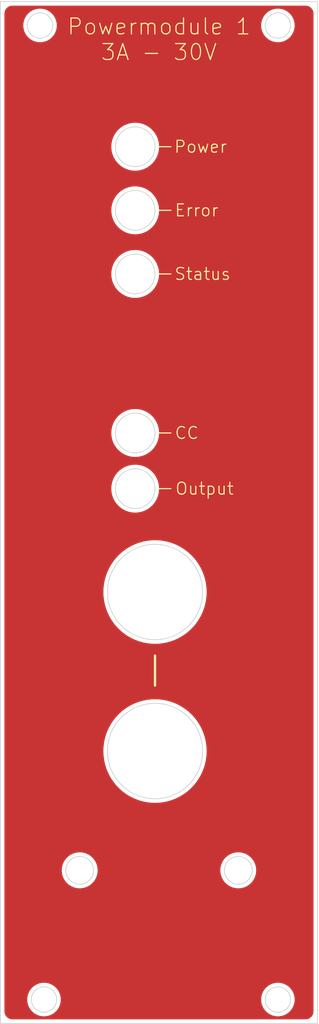
<source format=kicad_pcb>
(kicad_pcb (version 20210228) (generator pcbnew)

  (general
    (thickness 1.6)
  )

  (paper "A4")
  (layers
    (0 "F.Cu" signal)
    (31 "B.Cu" signal)
    (32 "B.Adhes" user "B.Adhesive")
    (33 "F.Adhes" user "F.Adhesive")
    (34 "B.Paste" user)
    (35 "F.Paste" user)
    (36 "B.SilkS" user "B.Silkscreen")
    (37 "F.SilkS" user "F.Silkscreen")
    (38 "B.Mask" user)
    (39 "F.Mask" user)
    (40 "Dwgs.User" user "User.Drawings")
    (41 "Cmts.User" user "User.Comments")
    (42 "Eco1.User" user "User.Eco1")
    (43 "Eco2.User" user "User.Eco2")
    (44 "Edge.Cuts" user)
    (45 "Margin" user)
    (46 "B.CrtYd" user "B.Courtyard")
    (47 "F.CrtYd" user "F.Courtyard")
    (48 "B.Fab" user)
    (49 "F.Fab" user)
    (50 "User.1" user)
    (51 "User.2" user)
    (52 "User.3" user)
    (53 "User.4" user)
    (54 "User.5" user)
    (55 "User.6" user)
    (56 "User.7" user)
    (57 "User.8" user)
    (58 "User.9" user)
  )

  (setup
    (pad_to_mask_clearance 0)
    (pcbplotparams
      (layerselection 0x00010fc_ffffffff)
      (disableapertmacros false)
      (usegerberextensions false)
      (usegerberattributes true)
      (usegerberadvancedattributes true)
      (creategerberjobfile true)
      (svguseinch false)
      (svgprecision 6)
      (excludeedgelayer true)
      (plotframeref false)
      (viasonmask false)
      (mode 1)
      (useauxorigin true)
      (hpglpennumber 1)
      (hpglpenspeed 20)
      (hpglpendiameter 15.000000)
      (dxfpolygonmode true)
      (dxfimperialunits true)
      (dxfusepcbnewfont true)
      (psnegative false)
      (psa4output false)
      (plotreference true)
      (plotvalue true)
      (plotinvisibletext false)
      (sketchpadsonfab false)
      (subtractmaskfromsilk false)
      (outputformat 1)
      (mirror false)
      (drillshape 0)
      (scaleselection 1)
      (outputdirectory "Gerber/")
    )
  )


  (net 0 "")

  (gr_line (start 40 38.25) (end 41.5 38.25) (layer "F.SilkS") (width 0.15) (tstamp 3622e48f-ee99-485c-84c7-3c1704078bac))
  (gr_line (start 40 74.25) (end 41.5 74.25) (layer "F.SilkS") (width 0.15) (tstamp 751face0-7600-4489-861a-b80419ce3061))
  (gr_line (start 40 81.25) (end 41.5 81.25) (layer "F.SilkS") (width 0.15) (tstamp 77f3aa7c-2478-4397-bc64-9f07bf91f552))
  (gr_line (start 40 54.25) (end 41.5 54.25) (layer "F.SilkS") (width 0.15) (tstamp 81cdec24-33ca-441e-8c6a-a6340972578b))
  (gr_line (start 40 46.25) (end 41.5 46.25) (layer "F.SilkS") (width 0.15) (tstamp d35120d3-818d-489b-8328-f971e625bf65))
  (gr_line (start 39.5 106) (end 39.5 102.25) (layer "F.SilkS") (width 0.3) (tstamp f649c905-e6ba-4117-993f-181950e4c1c9))
  (gr_rect (start 20 20) (end 60 148.5) (layer "Edge.Cuts") (width 0.1) (fill none) (tstamp 200647e5-77ca-4ce9-8dd3-cc378a899d33))
  (gr_circle (center 39.5 94.25) (end 45.5 94.25) (layer "Edge.Cuts") (width 0.1) (fill none) (tstamp 2ac24a30-75bd-4e83-aaa3-8796c57a36e2))
  (gr_circle (center 37 54.25) (end 39.5 54.25) (layer "Edge.Cuts") (width 0.1) (fill none) (tstamp 39ad1dc0-f4f7-4add-b808-7282f1434c21))
  (gr_circle (center 55 23) (end 56.6 23) (layer "Edge.Cuts") (width 0.1) (fill none) (tstamp 42ac672e-7d0b-4f7b-8373-70c194b585ec))
  (gr_circle (center 30 129.25) (end 31.75 129.25) (layer "Edge.Cuts") (width 0.1) (fill none) (tstamp 5081a083-c5aa-455e-89dd-be75742a0435))
  (gr_circle (center 39.5 114.25) (end 45.5 114.25) (layer "Edge.Cuts") (width 0.1) (fill none) (tstamp 559caec1-fcd1-48d9-9295-fd00c9b40eaf))
  (gr_circle (center 55 145.5) (end 56.6 145.5) (layer "Edge.Cuts") (width 0.1) (fill none) (tstamp 686052c6-7b96-4a16-8305-5447a4a5869a))
  (gr_circle (center 37 46.25) (end 39.5 46.25) (layer "Edge.Cuts") (width 0.1) (fill none) (tstamp 79580611-9643-4670-bf97-08158e9c5c9c))
  (gr_circle (center 37 74.25) (end 39.5 74.25) (layer "Edge.Cuts") (width 0.1) (fill none) (tstamp a0826efd-b20f-4437-bdd7-c69ff53b8510))
  (gr_circle (center 25 23) (end 26.6 23) (layer "Edge.Cuts") (width 0.1) (fill none) (tstamp a46d9d87-1b81-4806-9726-bb7dd95c9bbf))
  (gr_circle (center 37 38.25) (end 39.5 38.25) (layer "Edge.Cuts") (width 0.1) (fill none) (tstamp aee14894-bd62-4452-a7b0-0fd9fad89a45))
  (gr_circle (center 37 81.25) (end 39.5 81.25) (layer "Edge.Cuts") (width 0.1) (fill none) (tstamp b1254cdb-a288-47bd-8482-36781a113045))
  (gr_circle (center 25.5 145.5) (end 27.1 145.5) (layer "Edge.Cuts") (width 0.1) (fill none) (tstamp ef9ade04-dbf1-4590-8570-e636ca690d56))
  (gr_circle (center 50 129.25) (end 51.75 129.25) (layer "Edge.Cuts") (width 0.1) (fill none) (tstamp fc1a08dd-8e23-45bf-9c38-0e5d415a06ab))
  (gr_text "Powermodule 1\n3A - 30V" (at 40 24.75) (layer "F.SilkS") (tstamp 01c6fd8c-1f23-4812-811f-c99a51bba590)
    (effects (font (size 2 2) (thickness 0.15)))
  )
  (gr_text "Error" (at 44.75 46.25) (layer "F.SilkS") (tstamp 2f991277-7af0-475b-aaa0-fe05e21e8d99)
    (effects (font (size 1.5 1.5) (thickness 0.15)))
  )
  (gr_text "CC\n" (at 43.5 74.25) (layer "F.SilkS") (tstamp 8bb01319-b72c-441f-923c-027182227e9f)
    (effects (font (size 1.5 1.5) (thickness 0.15)))
  )
  (gr_text "Output" (at 45.75 81.25) (layer "F.SilkS") (tstamp 967bd60d-ba64-40c3-8e69-666d8b66e4df)
    (effects (font (size 1.5 1.5) (thickness 0.15)))
  )
  (gr_text "Power\n" (at 45.25 38.25) (layer "F.SilkS") (tstamp c050ae0b-40ca-41f2-a626-235e64d65ab8)
    (effects (font (size 1.5 1.5) (thickness 0.15)))
  )
  (gr_text "Status\n" (at 45.5 54.25) (layer "F.SilkS") (tstamp f89dec4f-b8cd-417a-b8ee-d3d407e27737)
    (effects (font (size 1.5 1.5) (thickness 0.15)))
  )

  (zone (net 0) (net_name "") (layer "F.Cu") (tstamp 7aaecc61-ad2e-4d1d-bb5b-76fe66d6bdee) (hatch edge 0.508)
    (connect_pads (clearance 0.508))
    (min_thickness 0.254) (filled_areas_thickness no)
    (fill yes (thermal_gap 0.508) (thermal_bridge_width 0.508) (smoothing fillet) (radius 1))
    (polygon
      (pts
        (xy 60.2 148.6)
        (xy 20 148.6)
        (xy 20 19.8)
        (xy 60.2 19.8)
      )
    )
    (filled_polygon
      (layer "F.Cu")
      (island)
      (pts
        (xy 58.498163 20.508607)
        (xy 58.67474 20.525999)
        (xy 58.698957 20.530815)
        (xy 58.862809 20.580518)
        (xy 58.885629 20.589971)
        (xy 59.036631 20.670683)
        (xy 59.057158 20.684399)
        (xy 59.189521 20.793026)
        (xy 59.206974 20.810479)
        (xy 59.315601 20.942842)
        (xy 59.329317 20.963369)
        (xy 59.35619 21.013644)
        (xy 59.410029 21.114371)
        (xy 59.419482 21.13719)
        (xy 59.469185 21.301043)
        (xy 59.474001 21.32526)
        (xy 59.485495 21.44195)
        (xy 59.491393 21.501837)
        (xy 59.492 21.514187)
        (xy 59.492 146.985813)
        (xy 59.491393 146.998163)
        (xy 59.475927 147.155196)
        (xy 59.474002 147.174737)
        (xy 59.469185 147.198957)
        (xy 59.465309 147.211736)
        (xy 59.419482 147.362809)
        (xy 59.410029 147.385629)
        (xy 59.329319 147.536628)
        (xy 59.315601 147.557158)
        (xy 59.206974 147.689521)
        (xy 59.189521 147.706974)
        (xy 59.057158 147.815601)
        (xy 59.036631 147.829317)
        (xy 58.944417 147.878607)
        (xy 58.885629 147.910029)
        (xy 58.86281 147.919482)
        (xy 58.698957 147.969185)
        (xy 58.67474 147.974001)
        (xy 58.498163 147.991393)
        (xy 58.485813 147.992)
        (xy 21.514187 147.992)
        (xy 21.501837 147.991393)
        (xy 21.32526 147.974001)
        (xy 21.301043 147.969185)
        (xy 21.13719 147.919482)
        (xy 21.114371 147.910029)
        (xy 21.055583 147.878607)
        (xy 20.963369 147.829317)
        (xy 20.942842 147.815601)
        (xy 20.810479 147.706974)
        (xy 20.793026 147.689521)
        (xy 20.684399 147.557158)
        (xy 20.670681 147.536628)
        (xy 20.589971 147.385629)
        (xy 20.580518 147.362809)
        (xy 20.534691 147.211736)
        (xy 20.530815 147.198957)
        (xy 20.525998 147.174737)
        (xy 20.524074 147.155196)
        (xy 20.508607 146.998163)
        (xy 20.508 146.985813)
        (xy 20.508 145.477873)
        (xy 23.387116 145.477873)
        (xy 23.394235 145.601331)
        (xy 23.403662 145.764829)
        (xy 23.458999 146.046885)
        (xy 23.460386 146.050936)
        (xy 23.460387 146.05094)
        (xy 23.550714 146.314765)
        (xy 23.550718 146.314774)
        (xy 23.552103 146.31882)
        (xy 23.681252 146.575605)
        (xy 23.683678 146.579134)
        (xy 23.683681 146.57914)
        (xy 23.841625 146.808948)
        (xy 23.844056 146.812485)
        (xy 24.037501 147.025079)
        (xy 24.123666 147.097124)
        (xy 24.254718 147.206701)
        (xy 24.254723 147.206705)
        (xy 24.25801 147.209453)
        (xy 24.314632 147.244972)
        (xy 24.49786 147.359911)
        (xy 24.497864 147.359913)
        (xy 24.5015 147.362194)
        (xy 24.568928 147.392639)
        (xy 24.759555 147.478711)
        (xy 24.759559 147.478713)
        (xy 24.763467 147.480477)
        (xy 24.767587 147.481697)
        (xy 24.767586 147.481697)
        (xy 25.03495 147.560894)
        (xy 25.034954 147.560895)
        (xy 25.039063 147.562112)
        (xy 25.043297 147.56276)
        (xy 25.043302 147.562761)
        (xy 25.318947 147.60494)
        (xy 25.318949 147.60494)
        (xy 25.323189 147.605589)
        (xy 25.469499 147.607888)
        (xy 25.606295 147.610037)
        (xy 25.606301 147.610037)
        (xy 25.610586 147.610104)
        (xy 25.895937 147.575573)
        (xy 26.173961 147.502635)
        (xy 26.177921 147.500995)
        (xy 26.177926 147.500993)
        (xy 26.306738 147.447637)
        (xy 26.439514 147.392639)
        (xy 26.687682 147.247621)
        (xy 26.913873 147.070265)
        (xy 26.957662 147.025079)
        (xy 27.110918 146.86693)
        (xy 27.113901 146.863852)
        (xy 27.116434 146.860404)
        (xy 27.116438 146.860399)
        (xy 27.281527 146.635657)
        (xy 27.284065 146.632202)
        (xy 27.316875 146.571774)
        (xy 27.419166 146.383377)
        (xy 27.419167 146.383375)
        (xy 27.421216 146.379601)
        (xy 27.522816 146.110724)
        (xy 27.586985 145.830546)
        (xy 27.59747 145.713075)
        (xy 27.612317 145.546716)
        (xy 27.612537 145.544251)
        (xy 27.613 145.5)
        (xy 27.611492 145.477873)
        (xy 52.887116 145.477873)
        (xy 52.894235 145.601331)
        (xy 52.903662 145.764829)
        (xy 52.958999 146.046885)
        (xy 52.960386 146.050936)
        (xy 52.960387 146.05094)
        (xy 53.050714 146.314765)
        (xy 53.050718 146.314774)
        (xy 53.052103 146.31882)
        (xy 53.181252 146.575605)
        (xy 53.183678 146.579134)
        (xy 53.183681 146.57914)
        (xy 53.341625 146.808948)
        (xy 53.344056 146.812485)
        (xy 53.537501 147.025079)
        (xy 53.623666 147.097124)
        (xy 53.754718 147.206701)
        (xy 53.754723 147.206705)
        (xy 53.75801 147.209453)
        (xy 53.814632 147.244972)
        (xy 53.99786 147.359911)
        (xy 53.997864 147.359913)
        (xy 54.0015 147.362194)
        (xy 54.068928 147.392639)
        (xy 54.259555 147.478711)
        (xy 54.259559 147.478713)
        (xy 54.263467 147.480477)
        (xy 54.267587 147.481697)
        (xy 54.267586 147.481697)
        (xy 54.53495 147.560894)
        (xy 54.534954 147.560895)
        (xy 54.539063 147.562112)
        (xy 54.543297 147.56276)
        (xy 54.543302 147.562761)
        (xy 54.818947 147.60494)
        (xy 54.818949 147.60494)
        (xy 54.823189 147.605589)
        (xy 54.969499 147.607888)
        (xy 55.106295 147.610037)
        (xy 55.106301 147.610037)
        (xy 55.110586 147.610104)
        (xy 55.395937 147.575573)
        (xy 55.673961 147.502635)
        (xy 55.677921 147.500995)
        (xy 55.677926 147.500993)
        (xy 55.806738 147.447637)
        (xy 55.939514 147.392639)
        (xy 56.187682 147.247621)
        (xy 56.413873 147.070265)
        (xy 56.457662 147.025079)
        (xy 56.610918 146.86693)
        (xy 56.613901 146.863852)
        (xy 56.616434 146.860404)
        (xy 56.616438 146.860399)
        (xy 56.781527 146.635657)
        (xy 56.784065 146.632202)
        (xy 56.816875 146.571774)
        (xy 56.919166 146.383377)
        (xy 56.919167 146.383375)
        (xy 56.921216 146.379601)
        (xy 57.022816 146.110724)
        (xy 57.086985 145.830546)
        (xy 57.09747 145.713075)
        (xy 57.112317 145.546716)
        (xy 57.112537 145.544251)
        (xy 57.113 145.5)
        (xy 57.111492 145.477873)
        (xy 57.093742 145.21751)
        (xy 57.093741 145.217504)
        (xy 57.09345 145.213233)
        (xy 57.035163 144.931772)
        (xy 56.939216 144.660827)
        (xy 56.881505 144.549014)
        (xy 56.80935 144.409216)
        (xy 56.80935 144.409215)
        (xy 56.807385 144.405409)
        (xy 56.642109 144.170246)
        (xy 56.446448 143.959689)
        (xy 56.224021 143.777635)
        (xy 56.173659 143.746773)
        (xy 55.982595 143.629688)
        (xy 55.982587 143.629684)
        (xy 55.978945 143.627452)
        (xy 55.975028 143.625733)
        (xy 55.975025 143.625731)
        (xy 55.859089 143.574839)
        (xy 55.715753 143.511919)
        (xy 55.711625 143.510743)
        (xy 55.711622 143.510742)
        (xy 55.443445 143.43435)
        (xy 55.443446 143.43435)
        (xy 55.439317 143.433174)
        (xy 55.227073 143.402968)
        (xy 55.159004 143.39328)
        (xy 55.159002 143.39328)
        (xy 55.154752 143.392675)
        (xy 55.003235 143.391882)
        (xy 54.87161 143.391192)
        (xy 54.871604 143.391192)
        (xy 54.867324 143.39117)
        (xy 54.86308 143.391729)
        (xy 54.863076 143.391729)
        (xy 54.738051 143.408189)
        (xy 54.58235 143.428687)
        (xy 54.57821 143.42982)
        (xy 54.578208 143.42982)
        (xy 54.30925 143.503399)
        (xy 54.305105 143.504533)
        (xy 54.040718 143.617303)
        (xy 53.891841 143.706404)
        (xy 53.797764 143.762708)
        (xy 53.79776 143.762711)
        (xy 53.794082 143.764912)
        (xy 53.569761 143.944627)
        (xy 53.371906 144.153123)
        (xy 53.204177 144.386542)
        (xy 53.069678 144.640565)
        (xy 52.970899 144.910492)
        (xy 52.969986 144.914678)
        (xy 52.969986 144.914679)
        (xy 52.910581 145.187137)
        (xy 52.91058 145.187145)
        (xy 52.909668 145.191327)
        (xy 52.887116 145.477873)
        (xy 27.611492 145.477873)
        (xy 27.593742 145.21751)
        (xy 27.593741 145.217504)
        (xy 27.59345 145.213233)
        (xy 27.535163 144.931772)
        (xy 27.439216 144.660827)
        (xy 27.381505 144.549014)
        (xy 27.30935 144.409216)
        (xy 27.30935 144.409215)
        (xy 27.307385 144.405409)
        (xy 27.142109 144.170246)
        (xy 26.946448 143.959689)
        (xy 26.724021 143.777635)
        (xy 26.673659 143.746773)
        (xy 26.482595 143.629688)
        (xy 26.482587 143.629684)
        (xy 26.478945 143.627452)
        (xy 26.475028 143.625733)
        (xy 26.475025 143.625731)
        (xy 26.359089 143.574839)
        (xy 26.215753 143.511919)
        (xy 26.211625 143.510743)
        (xy 26.211622 143.510742)
        (xy 25.943445 143.43435)
        (xy 25.943446 143.43435)
        (xy 25.939317 143.433174)
        (xy 25.727073 143.402968)
        (xy 25.659004 143.39328)
        (xy 25.659002 143.39328)
        (xy 25.654752 143.392675)
        (xy 25.503235 143.391882)
        (xy 25.37161 143.391192)
        (xy 25.371604 143.391192)
        (xy 25.367324 143.39117)
        (xy 25.36308 143.391729)
        (xy 25.363076 143.391729)
        (xy 25.238051 143.408189)
        (xy 25.08235 143.428687)
        (xy 25.07821 143.42982)
        (xy 25.078208 143.42982)
        (xy 24.80925 143.503399)
        (xy 24.805105 143.504533)
        (xy 24.540718 143.617303)
        (xy 24.391841 143.706404)
        (xy 24.297764 143.762708)
        (xy 24.29776 143.762711)
        (xy 24.294082 143.764912)
        (xy 24.069761 143.944627)
        (xy 23.871906 144.153123)
        (xy 23.704177 144.386542)
        (xy 23.569678 144.640565)
        (xy 23.470899 144.910492)
        (xy 23.469986 144.914678)
        (xy 23.469986 144.914679)
        (xy 23.410581 145.187137)
        (xy 23.41058 145.187145)
        (xy 23.409668 145.191327)
        (xy 23.387116 145.477873)
        (xy 20.508 145.477873)
        (xy 20.508 129.344765)
        (xy 27.738985 129.344765)
        (xy 27.739437 129.348924)
        (xy 27.739437 129.348929)
        (xy 27.761004 129.547451)
        (xy 27.77138 129.642966)
        (xy 27.84293 129.934263)
        (xy 27.952376 130.213539)
        (xy 28.097798 130.475886)
        (xy 28.100288 130.479239)
        (xy 28.100292 130.479245)
        (xy 28.274149 130.713343)
        (xy 28.274154 130.713348)
        (xy 28.276639 130.716695)
        (xy 28.279543 130.719681)
        (xy 28.279547 130.719686)
        (xy 28.291203 130.731672)
        (xy 28.485757 130.931737)
        (xy 28.489035 130.934317)
        (xy 28.48904 130.934321)
        (xy 28.718187 131.114641)
        (xy 28.72148 131.117232)
        (xy 28.725086 131.119364)
        (xy 28.725088 131.119366)
        (xy 28.736495 131.126112)
        (xy 28.979664 131.269922)
        (xy 29.255775 131.387124)
        (xy 29.2598 131.388233)
        (xy 29.259801 131.388233)
        (xy 29.278367 131.393347)
        (xy 29.544961 131.466779)
        (xy 29.549106 131.467347)
        (xy 29.549107 131.467347)
        (xy 29.57168 131.470439)
        (xy 29.842141 131.507487)
        (xy 29.846317 131.507502)
        (xy 29.846323 131.507502)
        (xy 29.994689 131.508019)
        (xy 30.142095 131.508534)
        (xy 30.439552 131.469902)
        (xy 30.584419 131.431085)
        (xy 30.725258 131.393347)
        (xy 30.725264 131.393345)
        (xy 30.729287 131.392267)
        (xy 30.733129 131.390668)
        (xy 30.733137 131.390665)
        (xy 31.002351 131.278602)
        (xy 31.002352 131.278602)
        (xy 31.006209 131.276996)
        (xy 31.009818 131.274895)
        (xy 31.009823 131.274893)
        (xy 31.261842 131.128214)
        (xy 31.265454 131.126112)
        (xy 31.268756 131.123551)
        (xy 31.26876 131.123548)
        (xy 31.499148 130.94484)
        (xy 31.499149 130.944839)
        (xy 31.502465 130.942267)
        (xy 31.599805 130.843559)
        (xy 31.710141 130.731672)
        (xy 31.710146 130.731667)
        (xy 31.71308 130.728691)
        (xy 31.724646 130.713343)
        (xy 31.891086 130.49247)
        (xy 31.891088 130.492466)
        (xy 31.893598 130.489136)
        (xy 32.019067 130.266464)
        (xy 32.038797 130.231449)
        (xy 32.0388 130.231444)
        (xy 32.040847 130.22781)
        (xy 32.152241 129.949305)
        (xy 32.225822 129.658515)
        (xy 32.227152 129.647026)
        (xy 32.25997 129.363381)
        (xy 32.260298 129.360547)
        (xy 32.260684 129.344765)
        (xy 47.738985 129.344765)
        (xy 47.739437 129.348924)
        (xy 47.739437 129.348929)
        (xy 47.761004 129.547451)
        (xy 47.77138 129.642966)
        (xy 47.84293 129.934263)
        (xy 47.952376 130.213539)
        (xy 48.097798 130.475886)
        (xy 48.100288 130.479239)
        (xy 48.100292 130.479245)
        (xy 48.274149 130.713343)
        (xy 48.274154 130.713348)
        (xy 48.276639 130.716695)
        (xy 48.279543 130.719681)
        (xy 48.279547 130.719686)
        (xy 48.291203 130.731672)
        (xy 48.485757 130.931737)
        (xy 48.489035 130.934317)
        (xy 48.48904 130.934321)
        (xy 48.718187 131.114641)
        (xy 48.72148 131.117232)
        (xy 48.725086 131.119364)
        (xy 48.725088 131.119366)
        (xy 48.736495 131.126112)
        (xy 48.979664 131.269922)
        (xy 49.255775 131.387124)
        (xy 49.2598 131.388233)
        (xy 49.259801 131.388233)
        (xy 49.278367 131.393347)
        (xy 49.544961 131.466779)
        (xy 49.549106 131.467347)
        (xy 49.549107 131.467347)
        (xy 49.57168 131.470439)
        (xy 49.842141 131.507487)
        (xy 49.846317 131.507502)
        (xy 49.846323 131.507502)
        (xy 49.994689 131.508019)
        (xy 50.142095 131.508534)
        (xy 50.439552 131.469902)
        (xy 50.584419 131.431085)
        (xy 50.725258 131.393347)
        (xy 50.725264 131.393345)
        (xy 50.729287 131.392267)
        (xy 50.733129 131.390668)
        (xy 50.733137 131.390665)
        (xy 51.002351 131.278602)
        (xy 51.002352 131.278602)
        (xy 51.006209 131.276996)
        (xy 51.009818 131.274895)
        (xy 51.009823 131.274893)
        (xy 51.261842 131.128214)
        (xy 51.265454 131.126112)
        (xy 51.268756 131.123551)
        (xy 51.26876 131.123548)
        (xy 51.499148 130.94484)
        (xy 51.499149 130.944839)
        (xy 51.502465 130.942267)
        (xy 51.599805 130.843559)
        (xy 51.710141 130.731672)
        (xy 51.710146 130.731667)
        (xy 51.71308 130.728691)
        (xy 51.724646 130.713343)
        (xy 51.891086 130.49247)
        (xy 51.891088 130.492466)
        (xy 51.893598 130.489136)
        (xy 52.019067 130.266464)
        (xy 52.038797 130.231449)
        (xy 52.0388 130.231444)
        (xy 52.040847 130.22781)
        (xy 52.152241 129.949305)
        (xy 52.225822 129.658515)
        (xy 52.227152 129.647026)
        (xy 52.25997 129.363381)
        (xy 52.260298 129.360547)
        (xy 52.263 129.25)
        (xy 52.243121 128.950704)
        (xy 52.183832 128.656666)
        (xy 52.086176 128.373052)
        (xy 52.065663 128.332087)
        (xy 51.953743 128.10859)
        (xy 51.953742 128.108588)
        (xy 51.951868 128.104846)
        (xy 51.783268 127.856758)
        (xy 51.583338 127.633148)
        (xy 51.35559 127.437945)
        (xy 51.18162 127.324967)
        (xy 51.107536 127.276856)
        (xy 51.107531 127.276853)
        (xy 51.104026 127.274577)
        (xy 50.833066 127.145916)
        (xy 50.829083 127.144637)
        (xy 50.82908 127.144636)
        (xy 50.62203 127.07816)
        (xy 50.547469 127.054221)
        (xy 50.252254 127.001103)
        (xy 50.086119 126.993559)
        (xy 49.956777 126.987685)
        (xy 49.956772 126.987685)
        (xy 49.952607 126.987496)
        (xy 49.948459 126.987859)
        (xy 49.948455 126.987859)
        (xy 49.699505 127.00964)
        (xy 49.653793 127.013639)
        (xy 49.649721 127.014549)
        (xy 49.649716 127.01455)
        (xy 49.36514 127.07816)
        (xy 49.365137 127.078161)
        (xy 49.361061 127.079072)
        (xy 49.079555 127.182647)
        (xy 49.075867 127.184591)
        (xy 49.075859 127.184595)
        (xy 48.900871 127.276856)
        (xy 48.81422 127.322542)
        (xy 48.569718 127.496301)
        (xy 48.566662 127.499151)
        (xy 48.419625 127.636265)
        (xy 48.350344 127.70087)
        (xy 48.159953 127.932656)
        (xy 48.00189 128.187586)
        (xy 47.878931 128.461181)
        (xy 47.793237 128.748636)
        (xy 47.746314 129.044898)
        (xy 47.739387 129.3283)
        (xy 47.738985 129.344765)
        (xy 32.260684 129.344765)
        (xy 32.263 129.25)
        (xy 32.243121 128.950704)
        (xy 32.183832 128.656666)
        (xy 32.086176 128.373052)
        (xy 32.065663 128.332087)
        (xy 31.953743 128.10859)
        (xy 31.953742 128.108588)
        (xy 31.951868 128.104846)
        (xy 31.783268 127.856758)
        (xy 31.583338 127.633148)
        (xy 31.35559 127.437945)
        (xy 31.18162 127.324967)
        (xy 31.107536 127.276856)
        (xy 31.107531 127.276853)
        (xy 31.104026 127.274577)
        (xy 30.833066 127.145916)
        (xy 30.829083 127.144637)
        (xy 30.82908 127.144636)
        (xy 30.62203 127.07816)
        (xy 30.547469 127.054221)
        (xy 30.252254 127.001103)
        (xy 30.086119 126.993559)
        (xy 29.956777 126.987685)
        (xy 29.956772 126.987685)
        (xy 29.952607 126.987496)
        (xy 29.948459 126.987859)
        (xy 29.948455 126.987859)
        (xy 29.699505 127.00964)
        (xy 29.653793 127.013639)
        (xy 29.649721 127.014549)
        (xy 29.649716 127.01455)
        (xy 29.36514 127.07816)
        (xy 29.365137 127.078161)
        (xy 29.361061 127.079072)
        (xy 29.079555 127.182647)
        (xy 29.075867 127.184591)
        (xy 29.075859 127.184595)
        (xy 28.900871 127.276856)
        (xy 28.81422 127.322542)
        (xy 28.569718 127.496301)
        (xy 28.566662 127.499151)
        (xy 28.419625 127.636265)
        (xy 28.350344 127.70087)
        (xy 28.159953 127.932656)
        (xy 28.00189 128.187586)
        (xy 27.878931 128.461181)
        (xy 27.793237 128.748636)
        (xy 27.746314 129.044898)
        (xy 27.739387 129.3283)
        (xy 27.738985 129.344765)
        (xy 20.508 129.344765)
        (xy 20.508 114.25)
        (xy 32.987 114.25)
        (xy 33.007077 114.761004)
        (xy 33.067186 115.268858)
        (xy 33.166955 115.77043)
        (xy 33.167625 115.772805)
        (xy 33.167626 115.77281)
        (xy 33.211667 115.928967)
        (xy 33.305769 116.262628)
        (xy 33.482773 116.742417)
        (xy 33.696875 117.20684)
        (xy 33.946755 117.653033)
        (xy 34.230872 118.078245)
        (xy 34.547476 118.479855)
        (xy 34.894614 118.855386)
        (xy 34.896413 118.857049)
        (xy 35.182452 119.121461)
        (xy 35.270145 119.202524)
        (xy 35.272088 119.204056)
        (xy 35.272093 119.20406)
        (xy 35.415968 119.317482)
        (xy 35.671755 119.519128)
        (xy 35.673816 119.520505)
        (xy 35.67382 119.520508)
        (xy 36.010985 119.745794)
        (xy 36.096967 119.803245)
        (xy 36.099115 119.804448)
        (xy 36.09912 119.804451)
        (xy 36.541011 120.051922)
        (xy 36.541021 120.051927)
        (xy 36.54316 120.053125)
        (xy 37.007583 120.267227)
        (xy 37.487372 120.444231)
        (xy 37.821033 120.538333)
        (xy 37.97719 120.582374)
        (xy 37.977195 120.582375)
        (xy 37.97957 120.583045)
        (xy 38.481142 120.682814)
        (xy 38.680953 120.706463)
        (xy 38.986543 120.742633)
        (xy 38.986551 120.742634)
        (xy 38.988996 120.742923)
        (xy 39.5 120.763)
        (xy 40.011004 120.742923)
        (xy 40.013449 120.742634)
        (xy 40.013457 120.742633)
        (xy 40.319047 120.706463)
        (xy 40.518858 120.682814)
        (xy 41.02043 120.583045)
        (xy 41.022805 120.582375)
        (xy 41.02281 120.582374)
        (xy 41.178967 120.538333)
        (xy 41.512628 120.444231)
        (xy 41.992417 120.267227)
        (xy 42.45684 120.053125)
        (xy 42.458979 120.051927)
        (xy 42.458989 120.051922)
        (xy 42.90088 119.804451)
        (xy 42.900885 119.804448)
        (xy 42.903033 119.803245)
        (xy 42.989015 119.745794)
        (xy 43.32618 119.520508)
        (xy 43.326184 119.520505)
        (xy 43.328245 119.519128)
        (xy 43.584032 119.317482)
        (xy 43.727907 119.20406)
        (xy 43.727912 119.204056)
        (xy 43.729855 119.202524)
        (xy 43.817549 119.121461)
        (xy 44.103587 118.857049)
        (xy 44.105386 118.855386)
        (xy 44.452524 118.479855)
        (xy 44.769128 118.078245)
        (xy 45.053245 117.653033)
        (xy 45.303125 117.20684)
        (xy 45.517227 116.742417)
        (xy 45.694231 116.262628)
        (xy 45.788333 115.928967)
        (xy 45.832374 115.77281)
        (xy 45.832375 115.772805)
        (xy 45.833045 115.77043)
        (xy 45.932814 115.268858)
        (xy 45.992923 114.761004)
        (xy 46.013 114.25)
        (xy 45.992923 113.738996)
        (xy 45.932814 113.231142)
        (xy 45.833045 112.72957)
        (xy 45.813761 112.661192)
        (xy 45.694904 112.23976)
        (xy 45.694231 112.237372)
        (xy 45.517227 111.757583)
        (xy 45.303125 111.29316)
        (xy 45.053245 110.846967)
        (xy 44.769128 110.421755)
        (xy 44.452524 110.020145)
        (xy 44.105386 109.644614)
        (xy 43.93754 109.489458)
        (xy 43.731675 109.299158)
        (xy 43.731669 109.299153)
        (xy 43.729855 109.297476)
        (xy 43.702824 109.276166)
        (xy 43.330193 108.982408)
        (xy 43.328245 108.980872)
        (xy 43.003444 108.763847)
        (xy 42.905088 108.698128)
        (xy 42.905086 108.698127)
        (xy 42.903033 108.696755)
        (xy 42.90088 108.695549)
        (xy 42.458989 108.448078)
        (xy 42.458979 108.448073)
        (xy 42.45684 108.446875)
        (xy 41.992417 108.232773)
        (xy 41.512628 108.055769)
        (xy 41.178967 107.961667)
        (xy 41.02281 107.917626)
        (xy 41.022805 107.917625)
        (xy 41.02043 107.916955)
        (xy 40.518858 107.817186)
        (xy 40.319047 107.793537)
        (xy 40.013457 107.757367)
        (xy 40.013449 107.757366)
        (xy 40.011004 107.757077)
        (xy 39.5 107.737)
        (xy 38.988996 107.757077)
        (xy 38.986551 107.757366)
        (xy 38.986543 107.757367)
        (xy 38.680953 107.793537)
        (xy 38.481142 107.817186)
        (xy 37.97957 107.916955)
        (xy 37.977195 107.917625)
        (xy 37.97719 107.917626)
        (xy 37.821033 107.961667)
        (xy 37.487372 108.055769)
        (xy 37.007583 108.232773)
        (xy 36.54316 108.446875)
        (xy 36.541021 108.448073)
        (xy 36.541011 108.448078)
        (xy 36.09912 108.695549)
        (xy 36.096967 108.696755)
        (xy 36.094914 108.698127)
        (xy 36.094912 108.698128)
        (xy 35.996557 108.763847)
        (xy 35.671755 108.980872)
        (xy 35.669807 108.982408)
        (xy 35.297177 109.276166)
        (xy 35.270145 109.297476)
        (xy 35.268331 109.299153)
        (xy 35.268325 109.299158)
        (xy 35.06246 109.489458)
        (xy 34.894614 109.644614)
        (xy 34.547476 110.020145)
        (xy 34.230872 110.421755)
        (xy 33.946755 110.846967)
        (xy 33.696875 111.29316)
        (xy 33.482773 111.757583)
        (xy 33.305769 112.237372)
        (xy 33.305096 112.23976)
        (xy 33.18624 112.661192)
        (xy 33.166955 112.72957)
        (xy 33.067186 113.231142)
        (xy 33.007077 113.738996)
        (xy 32.996044 114.01981)
        (xy 32.987 114.25)
        (xy 20.508 114.25)
        (xy 20.508 94.25)
        (xy 32.987 94.25)
        (xy 33.007077 94.761004)
        (xy 33.067186 95.268858)
        (xy 33.166955 95.77043)
        (xy 33.167625 95.772805)
        (xy 33.167626 95.77281)
        (xy 33.211667 95.928967)
        (xy 33.305769 96.262628)
        (xy 33.482773 96.742417)
        (xy 33.696875 97.20684)
        (xy 33.946755 97.653033)
        (xy 34.230872 98.078245)
        (xy 34.547476 98.479855)
        (xy 34.894614 98.855386)
        (xy 34.896413 98.857049)
        (xy 35.182452 99.121461)
        (xy 35.270145 99.202524)
        (xy 35.272088 99.204056)
        (xy 35.272093 99.20406)
        (xy 35.415968 99.317482)
        (xy 35.671755 99.519128)
        (xy 35.673816 99.520505)
        (xy 35.67382 99.520508)
        (xy 36.010985 99.745794)
        (xy 36.096967 99.803245)
        (xy 36.099115 99.804448)
        (xy 36.09912 99.804451)
        (xy 36.541011 100.051922)
        (xy 36.541021 100.051927)
        (xy 36.54316 100.053125)
        (xy 37.007583 100.267227)
        (xy 37.487372 100.444231)
        (xy 37.821033 100.538333)
        (xy 37.97719 100.582374)
        (xy 37.977195 100.582375)
        (xy 37.97957 100.583045)
        (xy 38.481142 100.682814)
        (xy 38.680953 100.706463)
        (xy 38.986543 100.742633)
        (xy 38.986551 100.742634)
        (xy 38.988996 100.742923)
        (xy 39.5 100.763)
        (xy 40.011004 100.742923)
        (xy 40.013449 100.742634)
        (xy 40.013457 100.742633)
        (xy 40.319047 100.706463)
        (xy 40.518858 100.682814)
        (xy 41.02043 100.583045)
        (xy 41.022805 100.582375)
        (xy 41.02281 100.582374)
        (xy 41.178967 100.538333)
        (xy 41.512628 100.444231)
        (xy 41.992417 100.267227)
        (xy 42.45684 100.053125)
        (xy 42.458979 100.051927)
        (xy 42.458989 100.051922)
        (xy 42.90088 99.804451)
        (xy 42.900885 99.804448)
        (xy 42.903033 99.803245)
        (xy 42.989015 99.745794)
        (xy 43.32618 99.520508)
        (xy 43.326184 99.520505)
        (xy 43.328245 99.519128)
        (xy 43.584032 99.317482)
        (xy 43.727907 99.20406)
        (xy 43.727912 99.204056)
        (xy 43.729855 99.202524)
        (xy 43.817549 99.121461)
        (xy 44.103587 98.857049)
        (xy 44.105386 98.855386)
        (xy 44.452524 98.479855)
        (xy 44.769128 98.078245)
        (xy 45.053245 97.653033)
        (xy 45.303125 97.20684)
        (xy 45.517227 96.742417)
        (xy 45.694231 96.262628)
        (xy 45.788333 95.928967)
        (xy 45.832374 95.77281)
        (xy 45.832375 95.772805)
        (xy 45.833045 95.77043)
        (xy 45.932814 95.268858)
        (xy 45.992923 94.761004)
        (xy 46.013 94.25)
        (xy 45.992923 93.738996)
        (xy 45.932814 93.231142)
        (xy 45.833045 92.72957)
        (xy 45.813761 92.661192)
        (xy 45.694904 92.23976)
        (xy 45.694231 92.237372)
        (xy 45.517227 91.757583)
        (xy 45.303125 91.29316)
        (xy 45.053245 90.846967)
        (xy 44.769128 90.421755)
        (xy 44.452524 90.020145)
        (xy 44.105386 89.644614)
        (xy 43.93754 89.489458)
        (xy 43.731675 89.299158)
        (xy 43.731669 89.299153)
        (xy 43.729855 89.297476)
        (xy 43.702824 89.276166)
        (xy 43.330193 88.982408)
        (xy 43.328245 88.980872)
        (xy 43.003444 88.763847)
        (xy 42.905088 88.698128)
        (xy 42.905086 88.698127)
        (xy 42.903033 88.696755)
        (xy 42.90088 88.695549)
        (xy 42.458989 88.448078)
        (xy 42.458979 88.448073)
        (xy 42.45684 88.446875)
        (xy 41.992417 88.232773)
        (xy 41.512628 88.055769)
        (xy 41.178967 87.961667)
        (xy 41.02281 87.917626)
        (xy 41.022805 87.917625)
        (xy 41.02043 87.916955)
        (xy 40.518858 87.817186)
        (xy 40.319047 87.793537)
        (xy 40.013457 87.757367)
        (xy 40.013449 87.757366)
        (xy 40.011004 87.757077)
        (xy 39.5 87.737)
        (xy 38.988996 87.757077)
        (xy 38.986551 87.757366)
        (xy 38.986543 87.757367)
        (xy 38.680953 87.793537)
        (xy 38.481142 87.817186)
        (xy 37.97957 87.916955)
        (xy 37.977195 87.917625)
        (xy 37.97719 87.917626)
        (xy 37.821033 87.961667)
        (xy 37.487372 88.055769)
        (xy 37.007583 88.232773)
        (xy 36.54316 88.446875)
        (xy 36.541021 88.448073)
        (xy 36.541011 88.448078)
        (xy 36.09912 88.695549)
        (xy 36.096967 88.696755)
        (xy 36.094914 88.698127)
        (xy 36.094912 88.698128)
        (xy 35.996557 88.763847)
        (xy 35.671755 88.980872)
        (xy 35.669807 88.982408)
        (xy 35.297177 89.276166)
        (xy 35.270145 89.297476)
        (xy 35.268331 89.299153)
        (xy 35.268325 89.299158)
        (xy 35.06246 89.489458)
        (xy 34.894614 89.644614)
        (xy 34.547476 90.020145)
        (xy 34.230872 90.421755)
        (xy 33.946755 90.846967)
        (xy 33.696875 91.29316)
        (xy 33.482773 91.757583)
        (xy 33.305769 92.237372)
        (xy 33.305096 92.23976)
        (xy 33.18624 92.661192)
        (xy 33.166955 92.72957)
        (xy 33.067186 93.231142)
        (xy 33.007077 93.738996)
        (xy 32.996044 94.01981)
        (xy 32.987 94.25)
        (xy 20.508 94.25)
        (xy 20.508 81.155359)
        (xy 33.988487 81.155359)
        (xy 33.988582 81.158988)
        (xy 33.988582 81.15899)
        (xy 33.989323 81.187271)
        (xy 33.989323 81.187273)
        (xy 33.995846 81.436377)
        (xy 33.997567 81.502121)
        (xy 34.046443 81.845542)
        (xy 34.134467 82.181068)
        (xy 34.260472 82.504254)
        (xy 34.422787 82.810815)
        (xy 34.424837 82.813798)
        (xy 34.424839 82.813801)
        (xy 34.617206 83.093697)
        (xy 34.617212 83.093704)
        (xy 34.619263 83.096689)
        (xy 34.847294 83.358086)
        (xy 35.103858 83.591541)
        (xy 35.385554 83.79396)
        (xy 35.688649 83.96266)
        (xy 36.009125 84.095406)
        (xy 36.012619 84.096401)
        (xy 36.012621 84.096402)
        (xy 36.339233 84.18944)
        (xy 36.339238 84.189441)
        (xy 36.342734 84.190437)
        (xy 36.539411 84.222644)
        (xy 36.681475 84.245908)
        (xy 36.681482 84.245909)
        (xy 36.685056 84.246494)
        (xy 36.858304 84.254665)
        (xy 37.027924 84.262664)
        (xy 37.027925 84.262664)
        (xy 37.031551 84.262835)
        (xy 37.043033 84.262052)
        (xy 37.373998 84.23949)
        (xy 37.374006 84.239489)
        (xy 37.377629 84.239242)
        (xy 37.381205 84.238579)
        (xy 37.381207 84.238579)
        (xy 37.715136 84.176689)
        (xy 37.71514 84.176688)
        (xy 37.718701 84.176028)
        (xy 38.050248 84.074031)
        (xy 38.367873 83.934603)
        (xy 38.667369 83.759592)
        (xy 38.670278 83.757408)
        (xy 38.941857 83.5535)
        (xy 38.941861 83.553497)
        (xy 38.944764 83.551317)
        (xy 39.196382 83.31254)
        (xy 39.418889 83.046426)
        (xy 39.420877 83.0434)
        (xy 39.607348 82.759526)
        (xy 39.607353 82.759517)
        (xy 39.609335 82.7565)
        (xy 39.737903 82.500872)
        (xy 39.763568 82.449843)
        (xy 39.763571 82.449835)
        (xy 39.765195 82.446607)
        (xy 39.861133 82.184445)
        (xy 39.883156 82.124264)
        (xy 39.883157 82.12426)
        (xy 39.884404 82.120853)
        (xy 39.965381 81.783556)
        (xy 39.969849 81.746634)
        (xy 40.006717 81.441985)
        (xy 40.006718 81.441974)
        (xy 40.007055 81.439188)
        (xy 40.013 81.25)
        (xy 40.009383 81.187271)
        (xy 39.993241 80.907314)
        (xy 39.99324 80.907309)
        (xy 39.993032 80.903694)
        (xy 39.933393 80.561979)
        (xy 39.907255 80.473736)
        (xy 39.835906 80.232868)
        (xy 39.834874 80.229383)
        (xy 39.791426 80.127519)
        (xy 39.700202 79.913648)
        (xy 39.69878 79.910314)
        (xy 39.526914 79.609003)
        (xy 39.481573 79.547278)
        (xy 39.323696 79.332355)
        (xy 39.323694 79.332353)
        (xy 39.321556 79.329442)
        (xy 39.085427 79.075336)
        (xy 39.082667 79.072979)
        (xy 39.082661 79.072973)
        (xy 38.824413 78.852409)
        (xy 38.821657 78.850055)
        (xy 38.533742 78.656584)
        (xy 38.530533 78.654928)
        (xy 38.530525 78.654923)
        (xy 38.228718 78.49915)
        (xy 38.228719 78.49915)
        (xy 38.225498 78.497488)
        (xy 37.90101 78.374874)
        (xy 37.897489 78.37399)
        (xy 37.897484 78.373988)
        (xy 37.568096 78.291252)
        (xy 37.568093 78.291252)
        (xy 37.56458 78.290369)
        (xy 37.415484 78.27074)
        (xy 37.224269 78.245565)
        (xy 37.224265 78.245565)
        (xy 37.220667 78.245091)
        (xy 37.097244 78.243152)
        (xy 36.877471 78.2397)
        (xy 36.877467 78.2397)
        (xy 36.873829 78.239643)
        (xy 36.870215 78.240004)
        (xy 36.870209 78.240004)
        (xy 36.626527 78.264327)
        (xy 36.528663 78.274095)
        (xy 36.189745 78.347991)
        (xy 36.186318 78.349164)
        (xy 36.186312 78.349166)
        (xy 35.864997 78.459177)
        (xy 35.864992 78.459179)
        (xy 35.861566 78.460352)
        (xy 35.858298 78.461911)
        (xy 35.85829 78.461914)
        (xy 35.780224 78.49915)
        (xy 35.548476 78.609688)
        (xy 35.254626 78.79402)
        (xy 35.251792 78.79629)
        (xy 35.251787 78.796294)
        (xy 35.081953 78.932357)
        (xy 34.983909 79.010905)
        (xy 34.739915 79.257467)
        (xy 34.737674 79.260325)
        (xy 34.594392 79.44306)
        (xy 34.525877 79.53044)
        (xy 34.344633 79.826205)
        (xy 34.343106 79.829495)
        (xy 34.343101 79.829504)
        (xy 34.304043 79.913648)
        (xy 34.198583 80.140841)
        (xy 34.089665 80.470178)
        (xy 34.019322 80.809852)
        (xy 34.018999 80.813474)
        (xy 34.018998 80.813479)
        (xy 33.98881 81.151737)
        (xy 33.988487 81.155359)
        (xy 20.508 81.155359)
        (xy 20.508 74.155359)
        (xy 33.988487 74.155359)
        (xy 33.988582 74.158988)
        (xy 33.988582 74.15899)
        (xy 33.989323 74.187271)
        (xy 33.989323 74.187273)
        (xy 33.995846 74.436377)
        (xy 33.997567 74.502121)
        (xy 34.046443 74.845542)
        (xy 34.134467 75.181068)
        (xy 34.260472 75.504254)
        (xy 34.422787 75.810815)
        (xy 34.424837 75.813798)
        (xy 34.424839 75.813801)
        (xy 34.617206 76.093697)
        (xy 34.617212 76.093704)
        (xy 34.619263 76.096689)
        (xy 34.847294 76.358086)
        (xy 35.103858 76.591541)
        (xy 35.385554 76.79396)
        (xy 35.688649 76.96266)
        (xy 36.009125 77.095406)
        (xy 36.012619 77.096401)
        (xy 36.012621 77.096402)
        (xy 36.339233 77.18944)
        (xy 36.339238 77.189441)
        (xy 36.342734 77.190437)
        (xy 36.539411 77.222644)
        (xy 36.681475 77.245908)
        (xy 36.681482 77.245909)
        (xy 36.685056 77.246494)
        (xy 36.858304 77.254665)
        (xy 37.027924 77.262664)
        (xy 37.027925 77.262664)
        (xy 37.031551 77.262835)
        (xy 37.043033 77.262052)
        (xy 37.373998 77.23949)
        (xy 37.374006 77.239489)
        (xy 37.377629 77.239242)
        (xy 37.381205 77.238579)
        (xy 37.381207 77.238579)
        (xy 37.715136 77.176689)
        (xy 37.71514 77.176688)
        (xy 37.718701 77.176028)
        (xy 38.050248 77.074031)
        (xy 38.367873 76.934603)
        (xy 38.667369 76.759592)
        (xy 38.670278 76.757408)
        (xy 38.941857 76.5535)
        (xy 38.941861 76.553497)
        (xy 38.944764 76.551317)
        (xy 39.196382 76.31254)
        (xy 39.418889 76.046426)
        (xy 39.420877 76.0434)
        (xy 39.607348 75.759526)
        (xy 39.607353 75.759517)
        (xy 39.609335 75.7565)
        (xy 39.737903 75.500872)
        (xy 39.763568 75.449843)
        (xy 39.763571 75.449835)
        (xy 39.765195 75.446607)
        (xy 39.861133 75.184445)
        (xy 39.883156 75.124264)
        (xy 39.883157 75.12426)
        (xy 39.884404 75.120853)
        (xy 39.965381 74.783556)
        (xy 39.969849 74.746634)
        (xy 40.006717 74.441985)
        (xy 40.006718 74.441974)
        (xy 40.007055 74.439188)
        (xy 40.013 74.25)
        (xy 40.009383 74.187271)
        (xy 39.993241 73.907314)
        (xy 39.99324 73.907309)
        (xy 39.993032 73.903694)
        (xy 39.933393 73.561979)
        (xy 39.907255 73.473736)
        (xy 39.835906 73.232868)
        (xy 39.834874 73.229383)
        (xy 39.791426 73.127519)
        (xy 39.700202 72.913648)
        (xy 39.69878 72.910314)
        (xy 39.526914 72.609003)
        (xy 39.481573 72.547278)
        (xy 39.323696 72.332355)
        (xy 39.323694 72.332353)
        (xy 39.321556 72.329442)
        (xy 39.085427 72.075336)
        (xy 39.082667 72.072979)
        (xy 39.082661 72.072973)
        (xy 38.824413 71.852409)
        (xy 38.821657 71.850055)
        (xy 38.533742 71.656584)
        (xy 38.530533 71.654928)
        (xy 38.530525 71.654923)
        (xy 38.228718 71.49915)
        (xy 38.228719 71.49915)
        (xy 38.225498 71.497488)
        (xy 37.90101 71.374874)
        (xy 37.897489 71.37399)
        (xy 37.897484 71.373988)
        (xy 37.568096 71.291252)
        (xy 37.568093 71.291252)
        (xy 37.56458 71.290369)
        (xy 37.415484 71.27074)
        (xy 37.224269 71.245565)
        (xy 37.224265 71.245565)
        (xy 37.220667 71.245091)
        (xy 37.097244 71.243152)
        (xy 36.877471 71.2397)
        (xy 36.877467 71.2397)
        (xy 36.873829 71.239643)
        (xy 36.870215 71.240004)
        (xy 36.870209 71.240004)
        (xy 36.626527 71.264327)
        (xy 36.528663 71.274095)
        (xy 36.189745 71.347991)
        (xy 36.186318 71.349164)
        (xy 36.186312 71.349166)
        (xy 35.864997 71.459177)
        (xy 35.864992 71.459179)
        (xy 35.861566 71.460352)
        (xy 35.858298 71.461911)
        (xy 35.85829 71.461914)
        (xy 35.780224 71.49915)
        (xy 35.548476 71.609688)
        (xy 35.254626 71.79402)
        (xy 35.251792 71.79629)
        (xy 35.251787 71.796294)
        (xy 35.081953 71.932357)
        (xy 34.983909 72.010905)
        (xy 34.739915 72.257467)
        (xy 34.737674 72.260325)
        (xy 34.594392 72.44306)
        (xy 34.525877 72.53044)
        (xy 34.344633 72.826205)
        (xy 34.343106 72.829495)
        (xy 34.343101 72.829504)
        (xy 34.304043 72.913648)
        (xy 34.198583 73.140841)
        (xy 34.089665 73.470178)
        (xy 34.019322 73.809852)
        (xy 34.018999 73.813474)
        (xy 34.018998 73.813479)
        (xy 33.98881 74.151737)
        (xy 33.988487 74.155359)
        (xy 20.508 74.155359)
        (xy 20.508 54.155359)
        (xy 33.988487 54.155359)
        (xy 33.988582 54.158988)
        (xy 33.988582 54.15899)
        (xy 33.989323 54.187271)
        (xy 33.989323 54.187273)
        (xy 33.995846 54.436377)
        (xy 33.997567 54.502121)
        (xy 34.046443 54.845542)
        (xy 34.134467 55.181068)
        (xy 34.260472 55.504254)
        (xy 34.422787 55.810815)
        (xy 34.424837 55.813798)
        (xy 34.424839 55.813801)
        (xy 34.617206 56.093697)
        (xy 34.617212 56.093704)
        (xy 34.619263 56.096689)
        (xy 34.847294 56.358086)
        (xy 35.103858 56.591541)
        (xy 35.385554 56.79396)
        (xy 35.688649 56.96266)
        (xy 36.009125 57.095406)
        (xy 36.012619 57.096401)
        (xy 36.012621 57.096402)
        (xy 36.339233 57.18944)
        (xy 36.339238 57.189441)
        (xy 36.342734 57.190437)
        (xy 36.539411 57.222644)
        (xy 36.681475 57.245908)
        (xy 36.681482 57.245909)
        (xy 36.685056 57.246494)
        (xy 36.858304 57.254665)
        (xy 37.027924 57.262664)
        (xy 37.027925 57.262664)
        (xy 37.031551 57.262835)
        (xy 37.043033 57.262052)
        (xy 37.373998 57.23949)
        (xy 37.374006 57.239489)
        (xy 37.377629 57.239242)
        (xy 37.381205 57.238579)
        (xy 37.381207 57.238579)
        (xy 37.715136 57.176689)
        (xy 37.71514 57.176688)
        (xy 37.718701 57.176028)
        (xy 38.050248 57.074031)
        (xy 38.367873 56.934603)
        (xy 38.667369 56.759592)
        (xy 38.670278 56.757408)
        (xy 38.941857 56.5535)
        (xy 38.941861 56.553497)
        (xy 38.944764 56.551317)
        (xy 39.196382 56.31254)
        (xy 39.418889 56.046426)
        (xy 39.420877 56.0434)
        (xy 39.607348 55.759526)
        (xy 39.607353 55.759517)
        (xy 39.609335 55.7565)
        (xy 39.737903 55.500872)
        (xy 39.763568 55.449843)
        (xy 39.763571 55.449835)
        (xy 39.765195 55.446607)
        (xy 39.861133 55.184445)
        (xy 39.883156 55.124264)
        (xy 39.883157 55.12426)
        (xy 39.884404 55.120853)
        (xy 39.965381 54.783556)
        (xy 39.969849 54.746634)
        (xy 40.006717 54.441985)
        (xy 40.006718 54.441974)
        (xy 40.007055 54.439188)
        (xy 40.013 54.25)
        (xy 40.009383 54.187271)
        (xy 39.993241 53.907314)
        (xy 39.99324 53.907309)
        (xy 39.993032 53.903694)
        (xy 39.933393 53.561979)
        (xy 39.907255 53.473736)
        (xy 39.835906 53.232868)
        (xy 39.834874 53.229383)
        (xy 39.791426 53.127519)
        (xy 39.700202 52.913648)
        (xy 39.69878 52.910314)
        (xy 39.526914 52.609003)
        (xy 39.481573 52.547278)
        (xy 39.323696 52.332355)
        (xy 39.323694 52.332353)
        (xy 39.321556 52.329442)
        (xy 39.085427 52.075336)
        (xy 39.082667 52.072979)
        (xy 39.082661 52.072973)
        (xy 38.824413 51.852409)
        (xy 38.821657 51.850055)
        (xy 38.533742 51.656584)
        (xy 38.530533 51.654928)
        (xy 38.530525 51.654923)
        (xy 38.228718 51.49915)
        (xy 38.228719 51.49915)
        (xy 38.225498 51.497488)
        (xy 37.90101 51.374874)
        (xy 37.897489 51.37399)
        (xy 37.897484 51.373988)
        (xy 37.568096 51.291252)
        (xy 37.568093 51.291252)
        (xy 37.56458 51.290369)
        (xy 37.415484 51.27074)
        (xy 37.224269 51.245565)
        (xy 37.224265 51.245565)
        (xy 37.220667 51.245091)
        (xy 37.097244 51.243152)
        (xy 36.877471 51.2397)
        (xy 36.877467 51.2397)
        (xy 36.873829 51.239643)
        (xy 36.870215 51.240004)
        (xy 36.870209 51.240004)
        (xy 36.626527 51.264327)
        (xy 36.528663 51.274095)
        (xy 36.189745 51.347991)
        (xy 36.186318 51.349164)
        (xy 36.186312 51.349166)
        (xy 35.864997 51.459177)
        (xy 35.864992 51.459179)
        (xy 35.861566 51.460352)
        (xy 35.858298 51.461911)
        (xy 35.85829 51.461914)
        (xy 35.780224 51.49915)
        (xy 35.548476 51.609688)
        (xy 35.254626 51.79402)
        (xy 35.251792 51.79629)
        (xy 35.251787 51.796294)
        (xy 35.081953 51.932357)
        (xy 34.983909 52.010905)
        (xy 34.739915 52.257467)
        (xy 34.737674 52.260325)
        (xy 34.594392 52.44306)
        (xy 34.525877 52.53044)
        (xy 34.344633 52.826205)
        (xy 34.343106 52.829495)
        (xy 34.343101 52.829504)
        (xy 34.304043 52.913648)
        (xy 34.198583 53.140841)
        (xy 34.089665 53.470178)
        (xy 34.019322 53.809852)
        (xy 34.018999 53.813474)
        (xy 34.018998 53.813479)
        (xy 33.98881 54.151737)
        (xy 33.988487 54.155359)
        (xy 20.508 54.155359)
        (xy 20.508 46.155359)
        (xy 33.988487 46.155359)
        (xy 33.988582 46.158988)
        (xy 33.988582 46.15899)
        (xy 33.989323 46.187271)
        (xy 33.989323 46.187273)
        (xy 33.995846 46.436377)
        (xy 33.997567 46.502121)
        (xy 34.046443 46.845542)
        (xy 34.134467 47.181068)
        (xy 34.260472 47.504254)
        (xy 34.422787 47.810815)
        (xy 34.424837 47.813798)
        (xy 34.424839 47.813801)
        (xy 34.617206 48.093697)
        (xy 34.617212 48.093704)
        (xy 34.619263 48.096689)
        (xy 34.847294 48.358086)
        (xy 35.103858 48.591541)
        (xy 35.385554 48.79396)
        (xy 35.688649 48.96266)
        (xy 36.009125 49.095406)
        (xy 36.012619 49.096401)
        (xy 36.012621 49.096402)
        (xy 36.339233 49.18944)
        (xy 36.339238 49.189441)
        (xy 36.342734 49.190437)
        (xy 36.539411 49.222644)
        (xy 36.681475 49.245908)
        (xy 36.681482 49.245909)
        (xy 36.685056 49.246494)
        (xy 36.858303 49.254664)
        (xy 37.027924 49.262664)
        (xy 37.027925 49.262664)
        (xy 37.031551 49.262835)
        (xy 37.043033 49.262052)
        (xy 37.373998 49.23949)
        (xy 37.374006 49.239489)
        (xy 37.377629 49.239242)
        (xy 37.381205 49.238579)
        (xy 37.381207 49.238579)
        (xy 37.715136 49.176689)
        (xy 37.71514 49.176688)
        (xy 37.718701 49.176028)
        (xy 38.050248 49.074031)
        (xy 38.367873 48.934603)
        (xy 38.667369 48.759592)
        (xy 38.670278 48.757408)
        (xy 38.941857 48.5535)
        (xy 38.941861 48.553497)
        (xy 38.944764 48.551317)
        (xy 39.196382 48.31254)
        (xy 39.418889 48.046426)
        (xy 39.420877 48.0434)
        (xy 39.607348 47.759526)
        (xy 39.607353 47.759517)
        (xy 39.609335 47.7565)
        (xy 39.737903 47.500872)
        (xy 39.763568 47.449843)
        (xy 39.763571 47.449835)
        (xy 39.765195 47.446607)
        (xy 39.861133 47.184445)
        (xy 39.883156 47.124264)
        (xy 39.883157 47.12426)
        (xy 39.884404 47.120853)
        (xy 39.965381 46.783556)
        (xy 39.969849 46.746634)
        (xy 40.006717 46.441985)
        (xy 40.006718 46.441974)
        (xy 40.007055 46.439188)
        (xy 40.013 46.25)
        (xy 40.009383 46.187271)
        (xy 39.993241 45.907314)
        (xy 39.99324 45.907309)
        (xy 39.993032 45.903694)
        (xy 39.933393 45.561979)
        (xy 39.907255 45.473736)
        (xy 39.835906 45.232868)
        (xy 39.834874 45.229383)
        (xy 39.791426 45.127519)
        (xy 39.700202 44.913648)
        (xy 39.69878 44.910314)
        (xy 39.526914 44.609003)
        (xy 39.481573 44.547278)
        (xy 39.323696 44.332355)
        (xy 39.323694 44.332353)
        (xy 39.321556 44.329442)
        (xy 39.085427 44.075336)
        (xy 39.082667 44.072979)
        (xy 39.082661 44.072973)
        (xy 38.824413 43.852409)
        (xy 38.821657 43.850055)
        (xy 38.533742 43.656584)
        (xy 38.530533 43.654928)
        (xy 38.530525 43.654923)
        (xy 38.228718 43.49915)
        (xy 38.228719 43.49915)
        (xy 38.225498 43.497488)
        (xy 37.90101 43.374874)
        (xy 37.897489 43.37399)
        (xy 37.897484 43.373988)
        (xy 37.568096 43.291252)
        (xy 37.568093 43.291252)
        (xy 37.56458 43.290369)
        (xy 37.415484 43.27074)
        (xy 37.224269 43.245565)
        (xy 37.224265 43.245565)
        (xy 37.220667 43.245091)
        (xy 37.097244 43.243152)
        (xy 36.877471 43.2397)
        (xy 36.877467 43.2397)
        (xy 36.873829 43.239643)
        (xy 36.870215 43.240004)
        (xy 36.870209 43.240004)
        (xy 36.626527 43.264327)
        (xy 36.528663 43.274095)
        (xy 36.189745 43.347991)
        (xy 36.186318 43.349164)
        (xy 36.186312 43.349166)
        (xy 35.864997 43.459177)
        (xy 35.864992 43.459179)
        (xy 35.861566 43.460352)
        (xy 35.858298 43.461911)
        (xy 35.85829 43.461914)
        (xy 35.780224 43.49915)
        (xy 35.548476 43.609688)
        (xy 35.254626 43.79402)
        (xy 35.251792 43.79629)
        (xy 35.251787 43.796294)
        (xy 35.081953 43.932357)
        (xy 34.983909 44.010905)
        (xy 34.739915 44.257467)
        (xy 34.737674 44.260325)
        (xy 34.594392 44.44306)
        (xy 34.525877 44.53044)
        (xy 34.344633 44.826205)
        (xy 34.343106 44.829495)
        (xy 34.343101 44.829504)
        (xy 34.304043 44.913648)
        (xy 34.198583 45.140841)
        (xy 34.089665 45.470178)
        (xy 34.019322 45.809852)
        (xy 34.018999 45.813474)
        (xy 34.018998 45.813479)
        (xy 33.98881 46.151737)
        (xy 33.988487 46.155359)
        (xy 20.508 46.155359)
        (xy 20.508 38.155359)
        (xy 33.988487 38.155359)
        (xy 33.988582 38.158988)
        (xy 33.988582 38.15899)
        (xy 33.989323 38.187271)
        (xy 33.989323 38.187273)
        (xy 33.995846 38.436377)
        (xy 33.997567 38.502121)
        (xy 34.046443 38.845542)
        (xy 34.134467 39.181068)
        (xy 34.260472 39.504254)
        (xy 34.422787 39.810815)
        (xy 34.424837 39.813798)
        (xy 34.424839 39.813801)
        (xy 34.617206 40.093697)
        (xy 34.617212 40.093704)
        (xy 34.619263 40.096689)
        (xy 34.847294 40.358086)
        (xy 35.103858 40.591541)
        (xy 35.385554 40.79396)
        (xy 35.688649 40.96266)
        (xy 36.009125 41.095406)
        (xy 36.012619 41.096401)
        (xy 36.012621 41.096402)
        (xy 36.339233 41.18944)
        (xy 36.339238 41.189441)
        (xy 36.342734 41.190437)
        (xy 36.539411 41.222644)
        (xy 36.681475 41.245908)
        (xy 36.681482 41.245909)
        (xy 36.685056 41.246494)
        (xy 36.858303 41.254664)
        (xy 37.027924 41.262664)
        (xy 37.027925 41.262664)
        (xy 37.031551 41.262835)
        (xy 37.043033 41.262052)
        (xy 37.373998 41.23949)
        (xy 37.374006 41.239489)
        (xy 37.377629 41.239242)
        (xy 37.381205 41.238579)
        (xy 37.381207 41.238579)
        (xy 37.715136 41.176689)
        (xy 37.71514 41.176688)
        (xy 37.718701 41.176028)
        (xy 38.050248 41.074031)
        (xy 38.367873 40.934603)
        (xy 38.667369 40.759592)
        (xy 38.670278 40.757408)
        (xy 38.941857 40.5535)
        (xy 38.941861 40.553497)
        (xy 38.944764 40.551317)
        (xy 39.196382 40.31254)
        (xy 39.418889 40.046426)
        (xy 39.420877 40.0434)
        (xy 39.607348 39.759526)
        (xy 39.607353 39.759517)
        (xy 39.609335 39.7565)
        (xy 39.737903 39.500872)
        (xy 39.763568 39.449843)
        (xy 39.763571 39.449835)
        (xy 39.765195 39.446607)
        (xy 39.861133 39.184445)
        (xy 39.883156 39.124264)
        (xy 39.883157 39.12426)
        (xy 39.884404 39.120853)
        (xy 39.965381 38.783556)
        (xy 39.969849 38.746634)
        (xy 40.006717 38.441985)
        (xy 40.006718 38.441974)
        (xy 40.007055 38.439188)
        (xy 40.013 38.25)
        (xy 40.009383 38.187271)
        (xy 39.993241 37.907314)
        (xy 39.99324 37.907309)
        (xy 39.993032 37.903694)
        (xy 39.933393 37.561979)
        (xy 39.907255 37.473736)
        (xy 39.835906 37.232868)
        (xy 39.834874 37.229383)
        (xy 39.791426 37.127519)
        (xy 39.700202 36.913648)
        (xy 39.69878 36.910314)
        (xy 39.526914 36.609003)
        (xy 39.481573 36.547278)
        (xy 39.323696 36.332355)
        (xy 39.323694 36.332353)
        (xy 39.321556 36.329442)
        (xy 39.085427 36.075336)
        (xy 39.082667 36.072979)
        (xy 39.082661 36.072973)
        (xy 38.824413 35.852409)
        (xy 38.821657 35.850055)
        (xy 38.533742 35.656584)
        (xy 38.530533 35.654928)
        (xy 38.530525 35.654923)
        (xy 38.228718 35.49915)
        (xy 38.228719 35.49915)
        (xy 38.225498 35.497488)
        (xy 37.90101 35.374874)
        (xy 37.897489 35.37399)
        (xy 37.897484 35.373988)
        (xy 37.568096 35.291252)
        (xy 37.568093 35.291252)
        (xy 37.56458 35.290369)
        (xy 37.415484 35.27074)
        (xy 37.224269 35.245565)
        (xy 37.224265 35.245565)
        (xy 37.220667 35.245091)
        (xy 37.097244 35.243152)
        (xy 36.877471 35.2397)
        (xy 36.877467 35.2397)
        (xy 36.873829 35.239643)
        (xy 36.870215 35.240004)
        (xy 36.870209 35.240004)
        (xy 36.626527 35.264327)
        (xy 36.528663 35.274095)
        (xy 36.189745 35.347991)
        (xy 36.186318 35.349164)
        (xy 36.186312 35.349166)
        (xy 35.864997 35.459177)
        (xy 35.864992 35.459179)
        (xy 35.861566 35.460352)
        (xy 35.858298 35.461911)
        (xy 35.85829 35.461914)
        (xy 35.780224 35.49915)
        (xy 35.548476 35.609688)
        (xy 35.254626 35.79402)
        (xy 35.251792 35.79629)
        (xy 35.251787 35.796294)
        (xy 35.081953 35.932357)
        (xy 34.983909 36.010905)
        (xy 34.739915 36.257467)
        (xy 34.737674 36.260325)
        (xy 34.594392 36.44306)
        (xy 34.525877 36.53044)
        (xy 34.344633 36.826205)
        (xy 34.343106 36.829495)
        (xy 34.343101 36.829504)
        (xy 34.304043 36.913648)
        (xy 34.198583 37.140841)
        (xy 34.089665 37.470178)
        (xy 34.019322 37.809852)
        (xy 34.018999 37.813474)
        (xy 34.018998 37.813479)
        (xy 33.98881 38.151737)
        (xy 33.988487 38.155359)
        (xy 20.508 38.155359)
        (xy 20.508 22.977873)
        (xy 22.887116 22.977873)
        (xy 22.894235 23.101331)
        (xy 22.903662 23.264829)
        (xy 22.958999 23.546885)
        (xy 22.960386 23.550936)
        (xy 22.960387 23.55094)
        (xy 23.050714 23.814765)
        (xy 23.050718 23.814774)
        (xy 23.052103 23.81882)
        (xy 23.181252 24.075605)
        (xy 23.183678 24.079134)
        (xy 23.183681 24.07914)
        (xy 23.341625 24.308948)
        (xy 23.344056 24.312485)
        (xy 23.537501 24.525079)
        (xy 23.623666 24.597124)
        (xy 23.754718 24.706701)
        (xy 23.754723 24.706705)
        (xy 23.75801 24.709453)
        (xy 23.814632 24.744972)
        (xy 23.99786 24.859911)
        (xy 23.997864 24.859913)
        (xy 24.0015 24.862194)
        (xy 24.068928 24.892639)
        (xy 24.259555 24.978711)
        (xy 24.259559 24.978713)
        (xy 24.263467 24.980477)
        (xy 24.267587 24.981697)
        (xy 24.267586 24.981697)
        (xy 24.53495 25.060894)
        (xy 24.534954 25.060895)
        (xy 24.539063 25.062112)
        (xy 24.543297 25.06276)
        (xy 24.543302 25.062761)
        (xy 24.818947 25.10494)
        (xy 24.818949 25.10494)
        (xy 24.823189 25.105589)
        (xy 24.969499 25.107888)
        (xy 25.106295 25.110037)
        (xy 25.106301 25.110037)
        (xy 25.110586 25.110104)
        (xy 25.395937 25.075573)
        (xy 25.673961 25.002635)
        (xy 25.677921 25.000995)
        (xy 25.677926 25.000993)
        (xy 25.806737 24.947637)
        (xy 25.939514 24.892639)
        (xy 26.187682 24.747621)
        (xy 26.413873 24.570265)
        (xy 26.457662 24.525079)
        (xy 26.610918 24.36693)
        (xy 26.613901 24.363852)
        (xy 26.616434 24.360404)
        (xy 26.616438 24.360399)
        (xy 26.781527 24.135657)
        (xy 26.784065 24.132202)
        (xy 26.816875 24.071774)
        (xy 26.919166 23.883377)
        (xy 26.919167 23.883375)
        (xy 26.921216 23.879601)
        (xy 27.022816 23.610724)
        (xy 27.086985 23.330546)
        (xy 27.09747 23.213075)
        (xy 27.112317 23.046716)
        (xy 27.112537 23.044251)
        (xy 27.113 23)
        (xy 27.111492 22.977873)
        (xy 52.887116 22.977873)
        (xy 52.894235 23.101331)
        (xy 52.903662 23.264829)
        (xy 52.958999 23.546885)
        (xy 52.960386 23.550936)
        (xy 52.960387 23.55094)
        (xy 53.050714 23.814765)
        (xy 53.050718 23.814774)
        (xy 53.052103 23.81882)
        (xy 53.181252 24.075605)
        (xy 53.183678 24.079134)
        (xy 53.183681 24.07914)
        (xy 53.341625 24.308948)
        (xy 53.344056 24.312485)
        (xy 53.537501 24.525079)
        (xy 53.623666 24.597124)
        (xy 53.754718 24.706701)
        (xy 53.754723 24.706705)
        (xy 53.75801 24.709453)
        (xy 53.814632 24.744972)
        (xy 53.99786 24.859911)
        (xy 53.997864 24.859913)
        (xy 54.0015 24.862194)
        (xy 54.068928 24.892639)
        (xy 54.259555 24.978711)
        (xy 54.259559 24.978713)
        (xy 54.263467 24.980477)
        (xy 54.267587 24.981697)
        (xy 54.267586 24.981697)
        (xy 54.53495 25.060894)
        (xy 54.534954 25.060895)
        (xy 54.539063 25.062112)
        (xy 54.543297 25.06276)
        (xy 54.543302 25.062761)
        (xy 54.818947 25.10494)
        (xy 54.818949 25.10494)
        (xy 54.823189 25.105589)
        (xy 54.969499 25.107888)
        (xy 55.106295 25.110037)
        (xy 55.106301 25.110037)
        (xy 55.110586 25.110104)
        (xy 55.395937 25.075573)
        (xy 55.673961 25.002635)
        (xy 55.677921 25.000995)
        (xy 55.677926 25.000993)
        (xy 55.806737 24.947637)
        (xy 55.939514 24.892639)
        (xy 56.187682 24.747621)
        (xy 56.413873 24.570265)
        (xy 56.457662 24.525079)
        (xy 56.610918 24.36693)
        (xy 56.613901 24.363852)
        (xy 56.616434 24.360404)
        (xy 56.616438 24.360399)
        (xy 56.781527 24.135657)
        (xy 56.784065 24.132202)
        (xy 56.816875 24.071774)
        (xy 56.919166 23.883377)
        (xy 56.919167 23.883375)
        (xy 56.921216 23.879601)
        (xy 57.022816 23.610724)
        (xy 57.086985 23.330546)
        (xy 57.09747 23.213075)
        (xy 57.112317 23.046716)
        (xy 57.112537 23.044251)
        (xy 57.113 23)
        (xy 57.111492 22.977873)
        (xy 57.093742 22.71751)
        (xy 57.093741 22.717504)
        (xy 57.09345 22.713233)
        (xy 57.035163 22.431772)
        (xy 56.939216 22.160827)
        (xy 56.881505 22.049014)
        (xy 56.80935 21.909216)
        (xy 56.80935 21.909215)
        (xy 56.807385 21.905409)
        (xy 56.642109 21.670246)
        (xy 56.446448 21.459689)
        (xy 56.224021 21.277635)
        (xy 56.173659 21.246773)
        (xy 55.982595 21.129688)
        (xy 55.982587 21.129684)
        (xy 55.978945 21.127452)
        (xy 55.975028 21.125733)
        (xy 55.975025 21.125731)
        (xy 55.859089 21.074839)
        (xy 55.715753 21.011919)
        (xy 55.711625 21.010743)
        (xy 55.711622 21.010742)
        (xy 55.523058 20.957028)
        (xy 55.439317 20.933174)
        (xy 55.227073 20.902968)
        (xy 55.159004 20.89328)
        (xy 55.159002 20.89328)
        (xy 55.154752 20.892675)
        (xy 55.003235 20.891882)
        (xy 54.87161 20.891192)
        (xy 54.871604 20.891192)
        (xy 54.867324 20.89117)
        (xy 54.86308 20.891729)
        (xy 54.863076 20.891729)
        (xy 54.738051 20.908189)
        (xy 54.58235 20.928687)
        (xy 54.57821 20.92982)
        (xy 54.578208 20.92982)
        (xy 54.30925 21.003399)
        (xy 54.305105 21.004533)
        (xy 54.040718 21.117303)
        (xy 53.891841 21.206404)
        (xy 53.797764 21.262708)
        (xy 53.79776 21.262711)
        (xy 53.794082 21.264912)
        (xy 53.569761 21.444627)
        (xy 53.371906 21.653123)
        (xy 53.204177 21.886542)
        (xy 53.069678 22.140565)
        (xy 52.970899 22.410492)
        (xy 52.969986 22.414678)
        (xy 52.969986 22.414679)
        (xy 52.910581 22.687137)
        (xy 52.91058 22.687145)
        (xy 52.909668 22.691327)
        (xy 52.887116 22.977873)
        (xy 27.111492 22.977873)
        (xy 27.093742 22.71751)
        (xy 27.093741 22.717504)
        (xy 27.09345 22.713233)
        (xy 27.035163 22.431772)
        (xy 26.939216 22.160827)
        (xy 26.881505 22.049014)
        (xy 26.80935 21.909216)
        (xy 26.80935 21.909215)
        (xy 26.807385 21.905409)
        (xy 26.642109 21.670246)
        (xy 26.446448 21.459689)
        (xy 26.224021 21.277635)
        (xy 26.173659 21.246773)
        (xy 25.982595 21.129688)
        (xy 25.982587 21.129684)
        (xy 25.978945 21.127452)
        (xy 25.975028 21.125733)
        (xy 25.975025 21.125731)
        (xy 25.859089 21.074839)
        (xy 25.715753 21.011919)
        (xy 25.711625 21.010743)
        (xy 25.711622 21.010742)
        (xy 25.523058 20.957028)
        (xy 25.439317 20.933174)
        (xy 25.227073 20.902968)
        (xy 25.159004 20.89328)
        (xy 25.159002 20.89328)
        (xy 25.154752 20.892675)
        (xy 25.003235 20.891882)
        (xy 24.87161 20.891192)
        (xy 24.871604 20.891192)
        (xy 24.867324 20.89117)
        (xy 24.86308 20.891729)
        (xy 24.863076 20.891729)
        (xy 24.738051 20.908189)
        (xy 24.58235 20.928687)
        (xy 24.57821 20.92982)
        (xy 24.578208 20.92982)
        (xy 24.30925 21.003399)
        (xy 24.305105 21.004533)
        (xy 24.040718 21.117303)
        (xy 23.891841 21.206404)
        (xy 23.797764 21.262708)
        (xy 23.79776 21.262711)
        (xy 23.794082 21.264912)
        (xy 23.569761 21.444627)
        (xy 23.371906 21.653123)
        (xy 23.204177 21.886542)
        (xy 23.069678 22.140565)
        (xy 22.970899 22.410492)
        (xy 22.969986 22.414678)
        (xy 22.969986 22.414679)
        (xy 22.910581 22.687137)
        (xy 22.91058 22.687145)
        (xy 22.909668 22.691327)
        (xy 22.887116 22.977873)
        (xy 20.508 22.977873)
        (xy 20.508 21.514187)
        (xy 20.508607 21.501837)
        (xy 20.514505 21.44195)
        (xy 20.525999 21.32526)
        (xy 20.530815 21.301043)
        (xy 20.580518 21.13719)
        (xy 20.589971 21.114371)
        (xy 20.64381 21.013644)
        (xy 20.670683 20.963369)
        (xy 20.684399 20.942842)
        (xy 20.793026 20.810479)
        (xy 20.810479 20.793026)
        (xy 20.942842 20.684399)
        (xy 20.963369 20.670683)
        (xy 21.114371 20.589971)
        (xy 21.137191 20.580518)
        (xy 21.301043 20.530815)
        (xy 21.32526 20.525999)
        (xy 21.501837 20.508607)
        (xy 21.514187 20.508)
        (xy 58.485813 20.508)
      )
    )
  )
)

</source>
